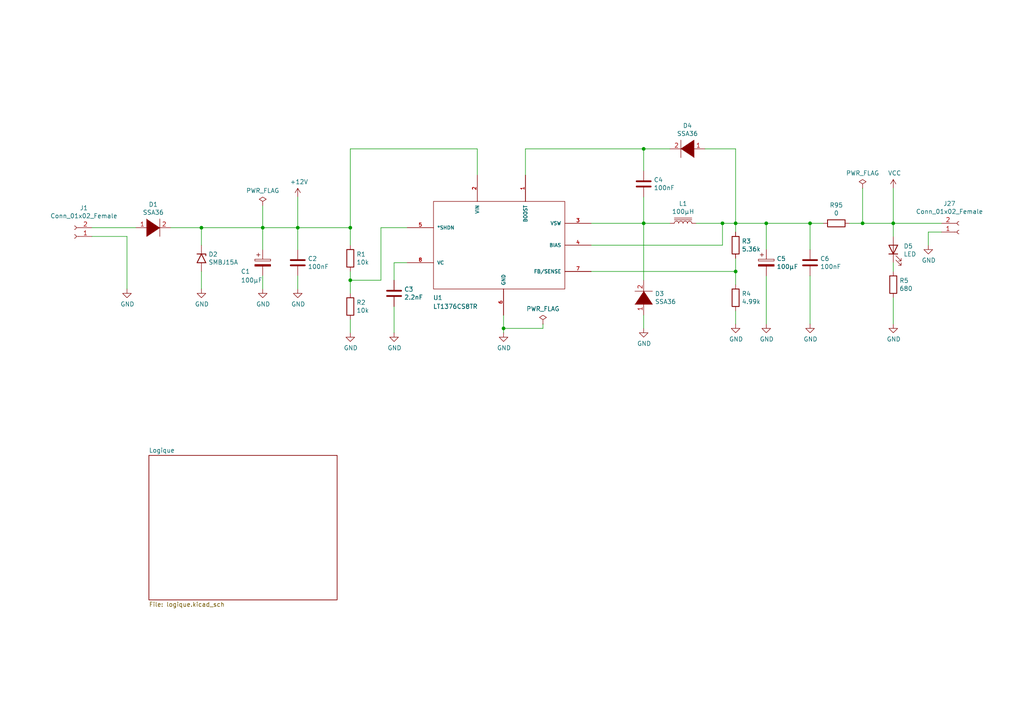
<source format=kicad_sch>
(kicad_sch (version 20211123) (generator eeschema)
  (paper "A4")
  (title_block (title "Automate") (rev "0"))
  (lib_symbols
    (symbol "Connector:Conn_01x02_Female" (pin_names (offset 1.016) hide)
      (property "Reference" "J" (at 0 2.54 0))
      (property "Value" "Conn_01x02_Female" (at 0 -5.08 0))
      (symbol "Conn_01x02_Female_1_1"
        (arc (start 0 -2.032) (mid -0.508 -2.54) (end 0 -3.048) (stroke (width 0.1524)))
        (polyline (pts (xy -1.27 -2.54) (xy -0.508 -2.54)) (stroke (width 0.1524)))
        (polyline (pts (xy -1.27 0) (xy -0.508 0)) (stroke (width 0.1524)))
        (arc (start 0 0.508) (mid -0.508 0) (end 0 -0.508) (stroke (width 0.1524)))
        (pin passive line (at -5.08 0 0) (length 3.81) (name "Pin_1") (number "1"))
        (pin passive line (at -5.08 -2.54 0) (length 3.81) (name "Pin_2") (number "2"))
      )
    )
    (symbol "Device:C" (pin_numbers hide) (pin_names (offset 0.254))
      (property "Reference" "C" (at 0.635 2.54 0))
      (property "Value" "C" (at 0.635 -2.54 0))
      (symbol "C_0_1"
        (polyline (pts (xy -2.032 -0.762) (xy 2.032 -0.762)) (stroke (width 0.508)))
        (polyline (pts (xy -2.032 0.762) (xy 2.032 0.762)) (stroke (width 0.508)))
      )
      (symbol "C_1_1"
        (pin passive line (at 0 3.81 270) (length 2.794) (name "~") (number "1"))
        (pin passive line (at 0 -3.81 90) (length 2.794) (name "~") (number "2"))
      )
    )
    (symbol "Device:CP" (pin_numbers hide) (pin_names (offset 0.254))
      (property "Reference" "C" (at 0.635 2.54 0))
      (property "Value" "Device_CP" (at 0.635 -2.54 0))
      (symbol "CP_0_1"
        (rectangle (start -2.286 0.508) (end 2.286 1.016))
        (polyline (pts (xy -1.778 2.286) (xy -0.762 2.286)))
        (polyline (pts (xy -1.27 2.794) (xy -1.27 1.778)))
        (rectangle (start 2.286 -0.508) (end -2.286 -1.016) (fill (type outline)))
      )
      (symbol "CP_1_1"
        (pin passive line (at 0 3.81 270) (length 2.794) (name "~") (number "1"))
        (pin passive line (at 0 -3.81 90) (length 2.794) (name "~") (number "2"))
      )
    )
    (symbol "Device:LED" (pin_numbers hide) (pin_names (offset 1.016) hide)
      (property "Reference" "D" (at 0 2.54 0))
      (property "Value" "LED" (at 0 -2.54 0))
      (symbol "LED_0_1"
        (polyline (pts (xy -1.27 -1.27) (xy -1.27 1.27)) (stroke (width 0.254)))
        (polyline (pts (xy -1.27 0) (xy 1.27 0)))
        (polyline (pts (xy 1.27 -1.27) (xy 1.27 1.27) (xy -1.27 0) (xy 1.27 -1.27)) (stroke (width 0.254)))
        (polyline (pts (xy -3.048 -0.762) (xy -4.572 -2.286) (xy -3.81 -2.286) (xy -4.572 -2.286) (xy -4.572 -1.524)))
        (polyline (pts (xy -1.778 -0.762) (xy -3.302 -2.286) (xy -2.54 -2.286) (xy -3.302 -2.286) (xy -3.302 -1.524)))
      )
      (symbol "LED_1_1"
        (pin passive line (at -3.81 0 0) (length 2.54) (name "K") (number "1"))
        (pin passive line (at 3.81 0 180) (length 2.54) (name "A") (number "2"))
      )
    )
    (symbol "Device:L_Core_Iron" (pin_numbers hide) (pin_names (offset 1.016) hide)
      (property "Reference" "L" (at -1.27 0 90))
      (property "Value" "Device_L_Core_Iron" (at 2.794 0 90))
      (symbol "L_Core_Iron_0_1"
        (arc (start 0 -2.54) (mid 0.635 -1.905) (end 0 -1.27))
        (arc (start 0 -1.27) (mid 0.635 -0.635) (end 0 0))
        (polyline (pts (xy 1.016 2.54) (xy 1.016 -2.54)))
        (polyline (pts (xy 1.524 -2.54) (xy 1.524 2.54)))
        (arc (start 0 0) (mid 0.635 0.635) (end 0 1.27))
        (arc (start 0 1.27) (mid 0.635 1.905) (end 0 2.54))
      )
      (symbol "L_Core_Iron_1_1"
        (pin passive line (at 0 3.81 270) (length 1.27) (name "1") (number "1"))
        (pin passive line (at 0 -3.81 90) (length 1.27) (name "2") (number "2"))
      )
    )
    (symbol "Device:R" (pin_numbers hide) (pin_names (offset 0))
      (property "Reference" "R" (at 2.032 0 90))
      (property "Value" "R" (at 0 0 90))
      (symbol "R_0_1"
        (rectangle (start -1.016 -2.54) (end 1.016 2.54) (stroke (width 0.254)))
      )
      (symbol "R_1_1"
        (pin passive line (at 0 3.81 270) (length 1.27) (name "~") (number "1"))
        (pin passive line (at 0 -3.81 90) (length 1.27) (name "~") (number "2"))
      )
    )
    (symbol "Diode:SM6T15A" (pin_numbers hide) (pin_names (offset 1.016) hide)
      (property "Reference" "D" (at 0 2.54 0))
      (property "Value" "SM6T15A" (at 0 -2.54 0))
      (symbol "SM6T15A_0_1"
        (polyline (pts (xy -0.762 1.27) (xy -1.27 1.27) (xy -1.27 -1.27)) (stroke (width 0.254)))
        (polyline (pts (xy 1.27 1.27) (xy 1.27 -1.27) (xy -1.27 0) (xy 1.27 1.27)) (stroke (width 0.254)))
      )
      (symbol "SM6T15A_1_1"
        (pin passive line (at -3.81 0 0) (length 2.54) (name "A1") (number "1"))
        (pin passive line (at 3.81 0 180) (length 2.54) (name "A2") (number "2"))
      )
    )
    (symbol "LT1376CS8TR:LT1376CS8TR" (pin_names (offset 1.016))
      (property "Reference" "U" (at -26.67 -15.24 0))
      (property "Value" "LT1376CS8TR" (at -26.924 -17.5514 0))
      (symbol "LT1376CS8TR_0_0"
        (pin input line (at 6.35 20.32 270) (length 7.62) (name "BOOST") (number "1"))
        (pin input line (at -7.62 20.32 270) (length 7.62) (name "VIN") (number "2"))
        (pin passive line (at 25.4 6.35 180) (length 7.62) (name "VSW") (number "3"))
        (pin input line (at 25.4 0 180) (length 7.62) (name "BIAS") (number "4"))
        (pin passive line (at -27.94 5.08 0) (length 7.62) (name "*SHDN") (number "5"))
        (pin power_in line (at 0 -20.32 90) (length 7.62) (name "GND") (number "6"))
        (pin output line (at 25.4 -7.62 180) (length 7.62) (name "FB/SENSE") (number "7"))
        (pin output line (at -27.94 -5.08 0) (length 7.62) (name "VC") (number "8"))
      )
      (symbol "LT1376CS8TR_1_1"
        (rectangle (start -20.32 12.7) (end 17.78 -12.7))
      )
    )
    (symbol "power:+12V" (power) (pin_names (offset 0))
      (property "Value" "+12V" (at 0 3.556 0))
      (symbol "+12V_0_1"
        (polyline (pts (xy -0.762 1.27) (xy 0 2.54)))
        (polyline (pts (xy 0 0) (xy 0 2.54)))
        (polyline (pts (xy 0 2.54) (xy 0.762 1.27)))
      )
      (symbol "+12V_1_1"
        (pin power_in line (at 0 0 90) (length 0) hide (name "+12V") (number "1"))
      )
    )
    (symbol "power:GND" (power) (pin_names (offset 0))
      (property "Value" "GND" (at 0 -3.81 0))
      (symbol "GND_0_1"
        (polyline (pts (xy 0 0) (xy 0 -1.27) (xy 1.27 -1.27) (xy 0 -2.54) (xy -1.27 -1.27) (xy 0 -1.27)))
      )
      (symbol "GND_1_1"
        (pin power_in line (at 0 0 270) (length 0) hide (name "GND") (number "1"))
      )
    )
    (symbol "power:PWR_FLAG" (power) (pin_numbers hide) (pin_names (offset 0) hide)
      (property "Value" "PWR_FLAG" (at 0 3.81 0))
      (symbol "PWR_FLAG_0_0"
        (pin power_out line (at 0 0 90) (length 0) (name "pwr") (number "1"))
      )
      (symbol "PWR_FLAG_0_1"
        (polyline (pts (xy 0 0) (xy 0 1.27) (xy -1.016 1.905) (xy 0 2.54) (xy 1.016 1.905) (xy 0 1.27)))
      )
    )
    (symbol "power:VCC" (power) (pin_names (offset 0))
      (property "Value" "VCC" (at 0 3.81 0))
      (symbol "VCC_0_1"
        (polyline (pts (xy -0.762 1.27) (xy 0 2.54)))
        (polyline (pts (xy 0 0) (xy 0 2.54)))
        (polyline (pts (xy 0 2.54) (xy 0.762 1.27)))
      )
      (symbol "VCC_1_1"
        (pin power_in line (at 0 0 90) (length 0) hide (name "VCC") (number "1"))
      )
    )
    (symbol "pspice:DIODE" (pin_names (offset 1.016) hide)
      (property "Reference" "D" (at 0 3.81 0))
      (property "Value" "DIODE" (at 0 -4.445 0))
      (symbol "DIODE_0_1"
        (polyline (pts (xy 1.905 2.54) (xy 1.905 -2.54)))
        (polyline (pts (xy -1.905 2.54) (xy -1.905 -2.54) (xy 1.905 0)) (fill (type outline)))
      )
      (symbol "DIODE_1_1"
        (pin input line (at -5.08 0 0) (length 3.81) (name "K") (number "1"))
        (pin input line (at 5.08 0 180) (length 3.81) (name "A") (number "2"))
      )
    )
  )
  (junction (at 58.42 66.04))
  (junction (at 259.08 64.77))
  (junction (at 209.55 64.77))
  (junction (at 213.36 78.74))
  (junction (at 222.25 64.77))
  (junction (at 186.69 43.18))
  (junction (at 86.36 66.04))
  (junction (at 76.2 66.04))
  (junction (at 146.05 95.25))
  (junction (at 213.36 64.77))
  (junction (at 186.69 64.77))
  (junction (at 234.95 64.77))
  (junction (at 101.6 81.28))
  (junction (at 101.6 66.04))
  (junction (at 250.19 64.77))
  (wire (pts (xy 146.05 91.44) (xy 146.05 95.25)))
  (wire (pts (xy 114.3 88.9) (xy 114.3 96.52)))
  (wire (pts (xy 86.36 57.15) (xy 86.36 66.04)))
  (wire (pts (xy 138.43 43.18) (xy 101.6 43.18)))
  (wire (pts (xy 86.36 66.04) (xy 86.36 72.39)))
  (wire (pts (xy 101.6 43.18) (xy 101.6 66.04)))
  (wire (pts (xy 101.6 81.28) (xy 101.6 85.09)))
  (wire (pts (xy 194.31 43.18) (xy 186.69 43.18)))
  (wire (pts (xy 110.49 66.04) (xy 110.49 81.28)))
  (wire (pts (xy 49.53 66.04) (xy 58.42 66.04)))
  (wire (pts (xy 259.08 54.61) (xy 259.08 64.77)))
  (wire (pts (xy 213.36 78.74) (xy 213.36 82.55)))
  (wire (pts (xy 234.95 80.01) (xy 234.95 93.98)))
  (wire (pts (xy 101.6 92.71) (xy 101.6 96.52)))
  (wire (pts (xy 213.36 64.77) (xy 213.36 43.18)))
  (wire (pts (xy 26.67 66.04) (xy 39.37 66.04)))
  (wire (pts (xy 250.19 64.77) (xy 259.08 64.77)))
  (wire (pts (xy 86.36 66.04) (xy 101.6 66.04)))
  (wire (pts (xy 110.49 81.28) (xy 101.6 81.28)))
  (wire (pts (xy 209.55 64.77) (xy 209.55 71.12)))
  (wire (pts (xy 186.69 91.44) (xy 186.69 95.25)))
  (wire (pts (xy 186.69 49.53) (xy 186.69 43.18)))
  (wire (pts (xy 58.42 66.04) (xy 76.2 66.04)))
  (wire (pts (xy 171.45 64.77) (xy 186.69 64.77)))
  (wire (pts (xy 146.05 95.25) (xy 146.05 96.52)))
  (wire (pts (xy 222.25 64.77) (xy 234.95 64.77)))
  (wire (pts (xy 26.67 68.58) (xy 36.83 68.58)))
  (wire (pts (xy 259.08 86.36) (xy 259.08 93.98)))
  (wire (pts (xy 213.36 67.31) (xy 213.36 64.77)))
  (wire (pts (xy 76.2 66.04) (xy 76.2 72.39)))
  (wire (pts (xy 273.05 67.31) (xy 269.24 67.31)))
  (wire (pts (xy 273.05 64.77) (xy 259.08 64.77)))
  (wire (pts (xy 76.2 66.04) (xy 86.36 66.04)))
  (wire (pts (xy 157.48 93.98) (xy 157.48 95.25)))
  (wire (pts (xy 186.69 64.77) (xy 194.31 64.77)))
  (wire (pts (xy 213.36 74.93) (xy 213.36 78.74)))
  (wire (pts (xy 36.83 68.58) (xy 36.83 83.82)))
  (wire (pts (xy 186.69 57.15) (xy 186.69 64.77)))
  (wire (pts (xy 118.11 66.04) (xy 110.49 66.04)))
  (wire (pts (xy 138.43 50.8) (xy 138.43 43.18)))
  (wire (pts (xy 209.55 71.12) (xy 171.45 71.12)))
  (wire (pts (xy 222.25 64.77) (xy 213.36 64.77)))
  (wire (pts (xy 152.4 43.18) (xy 152.4 50.8)))
  (wire (pts (xy 201.93 64.77) (xy 209.55 64.77)))
  (wire (pts (xy 114.3 76.2) (xy 114.3 81.28)))
  (wire (pts (xy 58.42 66.04) (xy 58.42 71.12)))
  (wire (pts (xy 250.19 54.61) (xy 250.19 64.77)))
  (wire (pts (xy 101.6 78.74) (xy 101.6 81.28)))
  (wire (pts (xy 222.25 64.77) (xy 222.25 72.39)))
  (wire (pts (xy 101.6 71.12) (xy 101.6 66.04)))
  (wire (pts (xy 171.45 78.74) (xy 213.36 78.74)))
  (wire (pts (xy 118.11 76.2) (xy 114.3 76.2)))
  (wire (pts (xy 246.38 64.77) (xy 250.19 64.77)))
  (wire (pts (xy 209.55 64.77) (xy 213.36 64.77)))
  (wire (pts (xy 76.2 59.69) (xy 76.2 66.04)))
  (wire (pts (xy 222.25 80.01) (xy 222.25 93.98)))
  (wire (pts (xy 213.36 43.18) (xy 204.47 43.18)))
  (wire (pts (xy 186.69 81.28) (xy 186.69 64.77)))
  (wire (pts (xy 234.95 72.39) (xy 234.95 64.77)))
  (wire (pts (xy 213.36 90.17) (xy 213.36 93.98)))
  (wire (pts (xy 76.2 80.01) (xy 76.2 83.82)))
  (wire (pts (xy 86.36 80.01) (xy 86.36 83.82)))
  (wire (pts (xy 186.69 43.18) (xy 152.4 43.18)))
  (wire (pts (xy 238.76 64.77) (xy 234.95 64.77)))
  (wire (pts (xy 259.08 76.2) (xy 259.08 78.74)))
  (wire (pts (xy 269.24 67.31) (xy 269.24 71.12)))
  (wire (pts (xy 58.42 78.74) (xy 58.42 83.82)))
  (wire (pts (xy 259.08 64.77) (xy 259.08 68.58)))
  (wire (pts (xy 157.48 95.25) (xy 146.05 95.25)))
  (symbol (lib_id "Connector:Conn_01x02_Female") (at 21.59 68.58 180) (unit 1)
    (property "Reference" "J1" (at 24.3332 60.325 0))
    (property "Value" "Conn_01x02_Female" (at 24.3332 62.6364 0))
    (property "Footprint" "connectors:conn-2pts-P5mm" (effects hide))
  )
  (symbol (lib_id "power:GND") (at 36.83 83.82 0) (unit 1)
    (property "Reference" "#PWR01" (effects hide))
    (property "Value" "GND" (at 36.957 88.2142 0))
  )
  (symbol (lib_id "pspice:DIODE") (at 44.45 66.04 0) (unit 1)
    (property "Reference" "D1" (at 44.45 59.309 0))
    (property "Value" "SSA36" (at 44.45 61.6204 0))
    (property "Footprint" "diodes_perso:D_SMB_SSA36-Handsoldering" (effects hide))
  )
  (symbol (lib_id "Diode:SM6T15A") (at 58.42 74.93 270) (unit 1)
    (property "Reference" "D2" (at 60.452 73.7616 90) (effects (justify left)))
    (property "Value" "SMBJ15A" (at 60.452 76.073 90) (effects (justify left)))
    (property "Footprint" "Diode_SMD:D_SMB_Handsoldering" (effects hide))
    (property "Datasheet" "https://www.st.com/resource/en/datasheet/sm6t.pdf" (effects hide))
  )
  (symbol (lib_id "power:GND") (at 58.42 83.82 0) (unit 1)
    (property "Reference" "#PWR02" (effects hide))
    (property "Value" "GND" (at 58.547 88.2142 0))
  )
  (symbol (lib_id "Device:CP") (at 76.2 76.2 0) (unit 1)
    (property "Reference" "C1" (at 69.85 78.74 0) (effects (justify left)))
    (property "Value" "100µF" (at 69.85 81.28 0) (effects (justify left)))
    (property "Footprint" "capacitor_perso:C_Elec_8x6.2" (effects hide))
  )
  (symbol (lib_id "Device:C") (at 86.36 76.2 0) (unit 1)
    (property "Reference" "C2" (at 89.281 75.0316 0) (effects (justify left)))
    (property "Value" "100nF" (at 89.281 77.343 0) (effects (justify left)))
    (property "Footprint" "Resistor_SMD:R_0805_2012Metric_Pad1.20x1.40mm_HandSolder" (effects hide))
  )
  (symbol (lib_id "power:GND") (at 76.2 83.82 0) (unit 1)
    (property "Reference" "#PWR03" (effects hide))
    (property "Value" "GND" (at 76.327 88.2142 0))
  )
  (symbol (lib_id "power:GND") (at 86.36 83.82 0) (unit 1)
    (property "Reference" "#PWR05" (effects hide))
    (property "Value" "GND" (at 86.487 88.2142 0))
  )
  (symbol (lib_id "power:GND") (at 146.05 96.52 0) (unit 1)
    (property "Reference" "#PWR08" (effects hide))
    (property "Value" "GND" (at 146.177 100.9142 0))
  )
  (symbol (lib_id "pspice:DIODE") (at 186.69 86.36 90) (unit 1)
    (property "Reference" "D3" (at 189.9412 85.1916 90) (effects (justify right)))
    (property "Value" "SSA36" (at 189.9412 87.503 90) (effects (justify right)))
    (property "Footprint" "diodes_perso:D_SMB_SSA36-Handsoldering" (effects hide))
  )
  (symbol (lib_id "Device:CP") (at 222.25 76.2 0) (unit 1)
    (property "Reference" "C5" (at 225.2472 75.0316 0) (effects (justify left)))
    (property "Value" "100µF" (at 225.2472 77.343 0) (effects (justify left)))
    (property "Footprint" "capacitor_perso:C_Elec_8x6.2" (effects hide))
  )
  (symbol (lib_id "Device:R") (at 101.6 74.93 0) (unit 1)
    (property "Reference" "R1" (at 103.378 73.7616 0) (effects (justify left)))
    (property "Value" "10k" (at 103.378 76.073 0) (effects (justify left)))
    (property "Footprint" "Resistor_SMD:R_0805_2012Metric_Pad1.20x1.40mm_HandSolder" (effects hide))
  )
  (symbol (lib_id "Device:R") (at 101.6 88.9 0) (unit 1)
    (property "Reference" "R2" (at 103.378 87.7316 0) (effects (justify left)))
    (property "Value" "10k" (at 103.378 90.043 0) (effects (justify left)))
    (property "Footprint" "Resistor_SMD:R_0805_2012Metric_Pad1.20x1.40mm_HandSolder" (effects hide))
  )
  (symbol (lib_id "Device:L_Core_Iron") (at 198.12 64.77 90) (unit 1)
    (property "Reference" "L1" (at 198.12 59.055 90))
    (property "Value" "100µH" (at 198.12 61.3664 90))
    (property "Footprint" "inductors_perso:L_Wuerth_WE-PD-Typ-LS-12x12" (effects hide))
  )
  (symbol (lib_id "power:GND") (at 186.69 95.25 0) (unit 1)
    (property "Reference" "#PWR09" (effects hide))
    (property "Value" "GND" (at 186.817 99.6442 0))
  )
  (symbol (lib_id "power:GND") (at 222.25 93.98 0) (unit 1)
    (property "Reference" "#PWR012" (effects hide))
    (property "Value" "GND" (at 222.377 98.3742 0))
  )
  (symbol (lib_id "power:GND") (at 101.6 96.52 0) (unit 1)
    (property "Reference" "#PWR06" (effects hide))
    (property "Value" "GND" (at 101.727 100.9142 0))
  )
  (symbol (lib_id "power:PWR_FLAG") (at 76.2 59.69 0) (unit 1)
    (property "Reference" "#FLG0102" (effects hide))
    (property "Value" "PWR_FLAG" (at 76.2 55.2958 0))
  )
  (symbol (lib_id "Device:R") (at 242.57 64.77 270) (unit 1)
    (property "Reference" "R95" (at 242.57 59.5122 90))
    (property "Value" "0" (at 242.57 61.8236 90))
    (property "Footprint" "Resistor_SMD:R_1206_3216Metric_Pad1.30x1.75mm_HandSolder" (effects hide))
  )
  (symbol (lib_id "Connector:Conn_01x02_Female") (at 278.13 67.31 0) (mirror x) (unit 1)
    (property "Reference" "J27" (at 275.3868 59.055 0))
    (property "Value" "Conn_01x02_Female" (at 275.3868 61.3664 0))
    (property "Footprint" "connectors:conn-2pts-P5mm" (effects hide))
  )
  (symbol (lib_id "power:GND") (at 269.24 71.12 0) (unit 1)
    (property "Reference" "#PWR0129" (effects hide))
    (property "Value" "GND" (at 269.367 75.5142 0))
  )
  (symbol (lib_id "Device:LED") (at 259.08 72.39 90) (unit 1)
    (property "Reference" "D5" (at 262.0772 71.3994 90) (effects (justify right)))
    (property "Value" "LED" (at 262.0772 73.7108 90) (effects (justify right)))
    (property "Footprint" "Diode_SMD:D_0805_2012Metric_Pad1.15x1.40mm_HandSolder" (effects hide))
  )
  (symbol (lib_id "Device:R") (at 259.08 82.55 0) (unit 1)
    (property "Reference" "R5" (at 260.858 81.3816 0) (effects (justify left)))
    (property "Value" "680" (at 260.858 83.693 0) (effects (justify left)))
    (property "Footprint" "Resistor_SMD:R_0805_2012Metric_Pad1.20x1.40mm_HandSolder" (effects hide))
  )
  (symbol (lib_id "power:GND") (at 259.08 93.98 0) (unit 1)
    (property "Reference" "#PWR014" (effects hide))
    (property "Value" "GND" (at 259.207 98.3742 0))
  )
  (symbol (lib_id "power:VCC") (at 259.08 54.61 0) (unit 1)
    (property "Reference" "#PWR011" (effects hide))
    (property "Value" "VCC" (at 259.461 50.2158 0))
  )
  (symbol (lib_id "power:+12V") (at 86.36 57.15 0) (unit 1)
    (property "Reference" "#PWR04" (effects hide))
    (property "Value" "+12V" (at 86.741 52.7558 0))
  )
  (symbol (lib_id "Device:C") (at 234.95 76.2 0) (unit 1)
    (property "Reference" "C6" (at 237.871 75.0316 0) (effects (justify left)))
    (property "Value" "100nF" (at 237.871 77.343 0) (effects (justify left)))
    (property "Footprint" "Resistor_SMD:R_0805_2012Metric_Pad1.20x1.40mm_HandSolder" (effects hide))
  )
  (symbol (lib_id "power:GND") (at 234.95 93.98 0) (unit 1)
    (property "Reference" "#PWR013" (effects hide))
    (property "Value" "GND" (at 235.077 98.3742 0))
  )
  (symbol (lib_id "LT1376CS8TR:LT1376CS8TR") (at 146.05 71.12 0) (unit 1)
    (property "Reference" "U1" (at 127 86.36 0))
    (property "Value" "LT1376CS8TR" (at 132.08 88.9 0))
    (property "Footprint" "Package_SO:SOIC-8_3.9x4.9mm_P1.27mm" (effects hide))
    (property "VENDOR" "Linear Technology" (effects hide))
    (property "MANUFACTURER_PART_NUMBER" "lt1376cs8#tr" (effects hide))
  )
  (symbol (lib_id "pspice:DIODE") (at 199.39 43.18 180) (unit 1)
    (property "Reference" "D4" (at 199.39 36.449 0))
    (property "Value" "SSA36" (at 199.39 38.7604 0))
    (property "Footprint" "diodes_perso:D_SMB_SSA36-Handsoldering" (effects hide))
  )
  (symbol (lib_id "Device:C") (at 186.69 53.34 0) (unit 1)
    (property "Reference" "C4" (at 189.611 52.1716 0) (effects (justify left)))
    (property "Value" "100nF" (at 189.611 54.483 0) (effects (justify left)))
    (property "Footprint" "Resistor_SMD:R_0805_2012Metric_Pad1.20x1.40mm_HandSolder" (effects hide))
  )
  (symbol (lib_id "Device:C") (at 114.3 85.09 0) (unit 1)
    (property "Reference" "C3" (at 117.221 83.9216 0) (effects (justify left)))
    (property "Value" "2.2nF" (at 117.221 86.233 0) (effects (justify left)))
    (property "Footprint" "Resistor_SMD:R_0805_2012Metric_Pad1.20x1.40mm_HandSolder" (effects hide))
  )
  (symbol (lib_id "power:GND") (at 114.3 96.52 0) (unit 1)
    (property "Reference" "#PWR07" (effects hide))
    (property "Value" "GND" (at 114.427 100.9142 0))
  )
  (symbol (lib_id "power:PWR_FLAG") (at 250.19 54.61 0) (unit 1)
    (property "Reference" "#FLG03" (effects hide))
    (property "Value" "PWR_FLAG" (at 250.19 50.2158 0))
  )
  (symbol (lib_id "power:PWR_FLAG") (at 157.48 93.98 0) (unit 1)
    (property "Reference" "#FLG02" (effects hide))
    (property "Value" "PWR_FLAG" (at 157.48 89.5858 0))
  )
  (symbol (lib_id "Device:R") (at 213.36 71.12 0) (unit 1)
    (property "Reference" "R3" (at 215.138 69.9516 0) (effects (justify left)))
    (property "Value" "5.36k" (at 215.138 72.263 0) (effects (justify left)))
    (property "Footprint" "Resistor_SMD:R_0805_2012Metric_Pad1.20x1.40mm_HandSolder" (effects hide))
  )
  (symbol (lib_id "Device:R") (at 213.36 86.36 0) (unit 1)
    (property "Reference" "R4" (at 215.138 85.1916 0) (effects (justify left)))
    (property "Value" "4.99k" (at 215.138 87.503 0) (effects (justify left)))
    (property "Footprint" "Resistor_SMD:R_0805_2012Metric_Pad1.20x1.40mm_HandSolder" (effects hide))
  )
  (symbol (lib_id "power:GND") (at 213.36 93.98 0) (unit 1)
    (property "Reference" "#PWR010" (effects hide))
    (property "Value" "GND" (at 213.487 98.3742 0))
  )
  (sheet (at 43.18 132.08) (size 54.61 41.91)
    (property "Sheet name" "Logique" (at 43.18 131.3684 0) (effects (justify left bottom)))
    (property "Sheet file" "logique.kicad_sch" (at 43.18 174.5746 0) (effects (justify left top)))
  )
)
</source>
